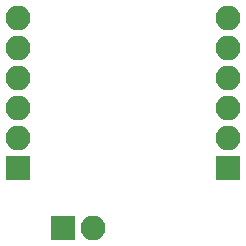
<source format=gbr>
G04 #@! TF.FileFunction,Soldermask,Bot*
%FSLAX46Y46*%
G04 Gerber Fmt 4.6, Leading zero omitted, Abs format (unit mm)*
G04 Created by KiCad (PCBNEW 4.0.7-e2-6376~58~ubuntu16.04.1) date Tue Nov 21 15:05:01 2017*
%MOMM*%
%LPD*%
G01*
G04 APERTURE LIST*
%ADD10C,0.100000*%
%ADD11R,2.100000X2.100000*%
%ADD12O,2.100000X2.100000*%
G04 APERTURE END LIST*
D10*
D11*
X121920000Y-142240000D03*
D12*
X121920000Y-139700000D03*
X121920000Y-137160000D03*
X121920000Y-134620000D03*
X121920000Y-132080000D03*
X121920000Y-129540000D03*
D11*
X107950000Y-147320000D03*
D12*
X110490000Y-147320000D03*
D11*
X104140000Y-142240000D03*
D12*
X104140000Y-139700000D03*
X104140000Y-137160000D03*
X104140000Y-134620000D03*
X104140000Y-132080000D03*
X104140000Y-129540000D03*
M02*

</source>
